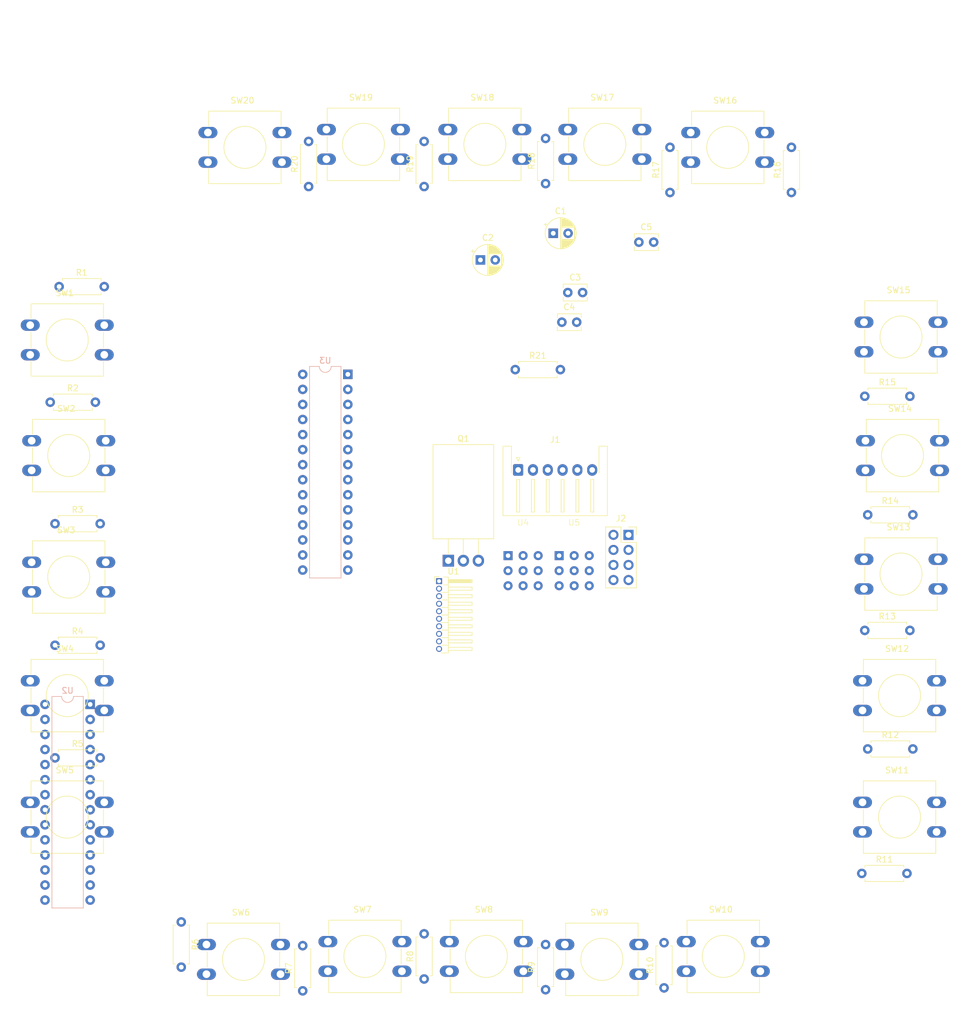
<source format=kicad_pcb>
(kicad_pcb (version 20240108) (generator "pcbnew") (generator_version "8.0")
  (layers (0 "F.Cu" signal) (31 "B.Cu" signal) (34 "B.Paste" user) (35 "F.Paste" user) (36 "B.SilkS" user "B.Silkscreen") (37 "F.SilkS" user "F.Silkscreen") (38 "B.Mask" user) (39 "F.Mask" user) (44 "Edge.Cuts" user))
  (net 0 "")
  (net 1 "DDI+3.3V")
  (net 2 "DDI-GND")
  (net 3 "+5V")
  (net 4 "/DDI-1")
  (net 5 "/DDI-2")
  (net 6 "/DDI-3")
  (net 7 "/DDI-4")
  (net 8 "/DDI-5")
  (net 9 "/DDI-6")
  (net 10 "/DDI-7")
  (net 11 "/DDI-8")
  (net 12 "/DDI-9")
  (net 13 "/DDI-10")
  (net 14 "/DDI-11")
  (net 15 "/DDI-12")
  (net 16 "/DDI-13")
  (net 17 "/DDI-14")
  (net 18 "/DDI-15")
  (net 21 "/DDI-16")
  (net 22 "/DDI-17")
  (net 23 "/DDI-18")
  (net 24 "/DDI-19")
  (net 25 "/DDI-20")
  (net 28 "Net-(U1-AIN0)")
  (net 30 "Net-(U1-AIN1)")
  (net 42 "/DDI-LED-1")
  (net 49 "Net-(J1-Pin_4)")
  (net 51 "Net-(J1-Pin_3)")
  (net 52 "Net-(J2-Pin_1)")
  (net 53 "Net-(U2-A2)")
  (net 54 "Net-(U2-A0)")
  (net 55 "Net-(U2-A1)")
  (net 56 "Net-(U3-A2)")
  (net 57 "Net-(U3-A1)")
  (net 58 "Net-(U3-A0)")
  (net 59 "Net-(Q1-D)")
  (net 60 "Net-(R21-Pad2)")
  (footprint "Resistor_THT:R_Axial_DIN0207_L6.3mm_D2.5mm_P7.62mm_Horizontal" (layer "F.Cu") (at 44.19 145)
    (property "Reference" "R5" (at 3.81 -2.37 0) (layer "F.SilkS"))
    (property "Value" "R")
    (pad "1" thru_hole circle (at 0 0) (size 1.6 1.6) (drill 0.8) (layers "*.Cu" "*.Mask") (net 8 "/DDI-5"))
    (pad "2" thru_hole oval (at 7.62 0) (size 1.6 1.6) (drill 0.8) (layers "*.Cu" "*.Mask") (net 2 "DDI-GND"))
  )
  (footprint "DCS-F18:Connector_PinSocket_2.54mmPinSocket_3x03_P2.54mm_Vertical" (layer "F.Cu") (at 131.825 105.805)
    (property "Reference" "U5" (at 0 -0.5 0) (layer "F.SilkS") (effects (font (thickness 0.1))))
    (property "Value" "~")
    (pad "1" thru_hole rect (at -2.54 5.08) (size 1.524 1.524) (drill 0.762) (layers "*.Cu" "*.Mask") (net 1 "DDI+3.3V"))
    (pad "2" thru_hole circle (at 0 5.08) (size 1.524 1.524) (drill 0.762) (layers "*.Cu" "*.Mask") (net 1 "DDI+3.3V"))
    (pad "3" thru_hole circle (at 2.54 5.08) (size 1.524 1.524) (drill 0.762) (layers "*.Cu" "*.Mask") (net 1 "DDI+3.3V"))
    (pad "4" thru_hole circle (at -2.54 7.62) (size 1.524 1.524) (drill 0.762) (layers "*.Cu" "*.Mask") (net 56 "Net-(U3-A2)"))
    (pad "5" thru_hole circle (at 0 7.62) (size 1.524 1.524) (drill 0.762) (layers "*.Cu" "*.Mask") (net 57 "Net-(U3-A1)"))
    (pad "6" thru_hole circle (at 2.54 7.62) (size 1.524 1.524) (drill 0.762) (layers "*.Cu" "*.Mask") (net 58 "Net-(U3-A0)"))
    (pad "7" thru_hole circle (at -2.54 10.16) (size 1.524 1.524) (drill 0.762) (layers "*.Cu" "*.Mask") (net 2 "DDI-GND"))
    (pad "8" thru_hole circle (at 0 10.16) (size 1.524 1.524) (drill 0.762) (layers "*.Cu" "*.Mask") (net 2 "DDI-GND"))
    (pad "9" thru_hole circle (at 2.54 10.16) (size 1.524 1.524) (drill 0.762) (layers "*.Cu" "*.Mask") (net 2 "DDI-GND"))
  )
  (footprint "Button_Switch_THT:SW_PUSH-12mm" (layer "F.Cu") (at 40.25 91.5)
    (property "Reference" "SW2" (at 5.83 -5.41 0) (layer "F.SilkS"))
    (property "Value" "SW_Push")
    (pad "1" thru_hole oval (at 0 0) (size 3.2 1.9) (drill 1.3) (layers "*.Cu" "*.Mask") (net 5 "/DDI-2"))
    (pad "1" thru_hole oval (at 12.5 0) (size 3.2 1.9) (drill 1.3) (layers "*.Cu" "*.Mask") (net 5 "/DDI-2"))
    (pad "2" thru_hole oval (at 0 5) (size 3.2 1.9) (drill 1.3) (layers "*.Cu" "*.Mask") (net 1 "DDI+3.3V"))
    (pad "2" thru_hole oval (at 12.5 5) (size 3.2 1.9) (drill 1.3) (layers "*.Cu" "*.Mask") (net 1 "DDI+3.3V"))
  )
  (footprint "Button_Switch_THT:SW_PUSH-12mm" (layer "F.Cu") (at 180.75 111.5)
    (property "Reference" "SW13" (at 5.83 -5.41 0) (layer "F.SilkS"))
    (property "Value" "SW_Push")
    (pad "1" thru_hole oval (at 0 0) (size 3.2 1.9) (drill 1.3) (layers "*.Cu" "*.Mask") (net 16 "/DDI-13"))
    (pad "1" thru_hole oval (at 12.5 0) (size 3.2 1.9) (drill 1.3) (layers "*.Cu" "*.Mask") (net 16 "/DDI-13"))
    (pad "2" thru_hole oval (at 0 5) (size 3.2 1.9) (drill 1.3) (layers "*.Cu" "*.Mask") (net 1 "DDI+3.3V"))
    (pad "2" thru_hole oval (at 12.5 5) (size 3.2 1.9) (drill 1.3) (layers "*.Cu" "*.Mask") (net 1 "DDI+3.3V"))
  )
  (footprint "Button_Switch_THT:SW_PUSH-12mm" (layer "F.Cu") (at 90 39)
    (property "Reference" "SW19" (at 5.83 -5.41 0) (layer "F.SilkS"))
    (property "Value" "SW_Push")
    (pad "1" thru_hole oval (at 0 0) (size 3.2 1.9) (drill 1.3) (layers "*.Cu" "*.Mask") (net 24 "/DDI-19"))
    (pad "1" thru_hole oval (at 12.5 0) (size 3.2 1.9) (drill 1.3) (layers "*.Cu" "*.Mask") (net 24 "/DDI-19"))
    (pad "2" thru_hole oval (at 0 5) (size 3.2 1.9) (drill 1.3) (layers "*.Cu" "*.Mask") (net 1 "DDI+3.3V"))
    (pad "2" thru_hole oval (at 12.5 5) (size 3.2 1.9) (drill 1.3) (layers "*.Cu" "*.Mask") (net 1 "DDI+3.3V"))
  )
  (footprint "Resistor_THT:R_Axial_DIN0207_L6.3mm_D2.5mm_P7.62mm_Horizontal" (layer "F.Cu") (at 180.88 84)
    (property "Reference" "R15" (at 3.81 -2.37 0) (layer "F.SilkS"))
    (property "Value" "R")
    (pad "1" thru_hole circle (at 0 0) (size 1.6 1.6) (drill 0.8) (layers "*.Cu" "*.Mask") (net 18 "/DDI-15"))
    (pad "2" thru_hole oval (at 7.62 0) (size 1.6 1.6) (drill 0.8) (layers "*.Cu" "*.Mask") (net 2 "DDI-GND"))
  )
  (footprint "Resistor_THT:R_Axial_DIN0207_L6.3mm_D2.5mm_P7.62mm_Horizontal" (layer "F.Cu") (at 181.38 104)
    (property "Reference" "R14" (at 3.81 -2.37 0) (layer "F.SilkS"))
    (property "Value" "R")
    (pad "1" thru_hole circle (at 0 0) (size 1.6 1.6) (drill 0.8) (layers "*.Cu" "*.Mask") (net 17 "/DDI-14"))
    (pad "2" thru_hole oval (at 7.62 0) (size 1.6 1.6) (drill 0.8) (layers "*.Cu" "*.Mask") (net 2 "DDI-GND"))
  )
  (footprint "Resistor_THT:R_Axial_DIN0207_L6.3mm_D2.5mm_P7.62mm_Horizontal" (layer "F.Cu") (at 44.19 126)
    (property "Reference" "R4" (at 3.81 -2.37 0) (layer "F.SilkS"))
    (property "Value" "R")
    (pad "1" thru_hole circle (at 0 0) (size 1.6 1.6) (drill 0.8) (layers "*.Cu" "*.Mask") (net 7 "/DDI-4"))
    (pad "2" thru_hole oval (at 7.62 0) (size 1.6 1.6) (drill 0.8) (layers "*.Cu" "*.Mask") (net 2 "DDI-GND"))
  )
  (footprint "Resistor_THT:R_Axial_DIN0207_L6.3mm_D2.5mm_P7.62mm_Horizontal" (layer "F.Cu") (at 43.38 85)
    (property "Reference" "R2" (at 3.81 -2.37 0) (layer "F.SilkS"))
    (property "Value" "R")
    (pad "1" thru_hole circle (at 0 0) (size 1.6 1.6) (drill 0.8) (layers "*.Cu" "*.Mask") (net 5 "/DDI-2"))
    (pad "2" thru_hole oval (at 7.62 0) (size 1.6 1.6) (drill 0.8) (layers "*.Cu" "*.Mask") (net 2 "DDI-GND"))
  )
  (footprint "Resistor_THT:R_Axial_DIN0207_L6.3mm_D2.5mm_P7.62mm_Horizontal" (layer "F.Cu") (at 87 48.62 90)
    (property "Reference" "R20" (at 3.81 -2.37 90) (layer "F.SilkS"))
    (property "Value" "R")
    (pad "1" thru_hole circle (at 0 0 90) (size 1.6 1.6) (drill 0.8) (layers "*.Cu" "*.Mask") (net 25 "/DDI-20"))
    (pad "2" thru_hole oval (at 7.62 0 90) (size 1.6 1.6) (drill 0.8) (layers "*.Cu" "*.Mask") (net 2 "DDI-GND"))
  )
  (footprint "Resistor_THT:R_Axial_DIN0207_L6.3mm_D2.5mm_P7.62mm_Horizontal" (layer "F.Cu") (at 86 184.31 90)
    (property "Reference" "R7" (at 3.81 -2.37 90) (layer "F.SilkS"))
    (property "Value" "R")
    (pad "1" thru_hole circle (at 0 0 90) (size 1.6 1.6) (drill 0.8) (layers "*.Cu" "*.Mask") (net 10 "/DDI-7"))
    (pad "2" thru_hole oval (at 7.62 0 90) (size 1.6 1.6) (drill 0.8) (layers "*.Cu" "*.Mask") (net 2 "DDI-GND"))
  )
  (footprint "Connector_JST:JST_XH_S6B-XH-A-1_1x06_P2.50mm_Horizontal" (layer "F.Cu") (at 122.37 96.43)
    (property "Reference" "J1" (at 6.25 -5.1 0) (layer "F.SilkS"))
    (property "Value" "Conn_01x06_Socket")
    (pad "1" thru_hole roundrect (at 0 0) (size 1.7 1.95) (drill 0.95) (layers "*.Cu" "*.Mask") (roundrect_rratio 0.147059) (net 1 "DDI+3.3V"))
    (pad "2" thru_hole oval (at 2.5 0) (size 1.7 1.95) (drill 0.95) (layers "*.Cu" "*.Mask") (net 3 "+5V"))
    (pad "3" thru_hole oval (at 5 0) (size 1.7 1.95) (drill 0.95) (layers "*.Cu" "*.Mask") (net 51 "Net-(J1-Pin_3)"))
    (pad "4" thru_hole oval (at 7.5 0) (size 1.7 1.95) (drill 0.95) (layers "*.Cu" "*.Mask") (net 49 "Net-(J1-Pin_4)"))
    (pad "5" thru_hole oval (at 10 0) (size 1.7 1.95) (drill 0.95) (layers "*.Cu" "*.Mask"))
    (pad "6" thru_hole oval (at 12.5 0) (size 1.7 1.95) (drill 0.95) (layers "*.Cu" "*.Mask") (net 2 "DDI-GND"))
  )
  (footprint "DCS-F18:Connector_PinSocket_2.54mmPinSocket_3x03_P2.54mm_Vertical" (layer "F.Cu") (at 123.205 105.805)
    (property "Reference" "U4" (at 0 -0.5 0) (layer "F.SilkS") (effects (font (thickness 0.1))))
    (property "Value" "~")
    (pad "1" thru_hole rect (at -2.54 5.08) (size 1.524 1.524) (drill 0.762) (layers "*.Cu" "*.Mask") (net 1 "DDI+3.3V"))
    (pad "2" thru_hole circle (at 0 5.08) (size 1.524 1.524) (drill 0.762) (layers "*.Cu" "*.Mask") (net 1 "DDI+3.3V"))
    (pad "3" thru_hole circle (at 2.54 5.08) (size 1.524 1.524) (drill 0.762) (layers "*.Cu" "*.Mask") (net 1 "DDI+3.3V"))
    (pad "4" thru_hole circle (at -2.54 7.62) (size 1.524 1.524) (drill 0.762) (layers "*.Cu" "*.Mask") (net 53 "Net-(U2-A2)"))
    (pad "5" thru_hole circle (at 0 7.62) (size 1.524 1.524) (drill 0.762) (layers "*.Cu" "*.Mask") (net 55 "Net-(U2-A1)"))
    (pad "6" thru_hole circle (at 2.54 7.62) (size 1.524 1.524) (drill 0.762) (layers "*.Cu" "*.Mask") (net 54 "Net-(U2-A0)"))
    (pad "7" thru_hole circle (at -2.54 10.16) (size 1.524 1.524) (drill 0.762) (layers "*.Cu" "*.Mask") (net 2 "DDI-GND"))
    (pad "8" thru_hole circle (at 0 10.16) (size 1.524 1.524) (drill 0.762) (layers "*.Cu" "*.Mask") (net 2 "DDI-GND"))
    (pad "9" thru_hole circle (at 2.54 10.16) (size 1.524 1.524) (drill 0.762) (layers "*.Cu" "*.Mask") (net 2 "DDI-GND"))
  )
  (footprint "Package_TO_SOT_THT:TO-220-3_Horizontal_TabDown" (layer "F.Cu") (at 110.58 111.74)
    (property "Reference" "Q1" (at 2.54 -20.58 0) (layer "F.SilkS"))
    (property "Value" "Q_NMOS_GDS")
    (pad "" np_thru_hole oval (at 2.54 -16.66) (size 3.5 3.5) (drill 3.5) (layers "*.Cu" "*.Mask"))
    (pad "1" thru_hole rect (at 0 0) (size 1.905 2) (drill 1.1) (layers "*.Cu" "*.Mask") (net 42 "/DDI-LED-1"))
    (pad "2" thru_hole oval (at 2.54 0) (size 1.905 2) (drill 1.1) (layers "*.Cu" "*.Mask") (net 59 "Net-(Q1-D)"))
    (pad "3" thru_hole oval (at 5.08 0) (size 1.905 2) (drill 1.1) (layers "*.Cu" "*.Mask") (net 2 "DDI-GND"))
  )
  (footprint "Button_Switch_THT:SW_PUSH-12mm" (layer "F.Cu") (at 40 132)
    (property "Reference" "SW4" (at 5.83 -5.41 0) (layer "F.SilkS"))
    (property "Value" "SW_Push")
    (pad "1" thru_hole oval (at 0 0) (size 3.2 1.9) (drill 1.3) (layers "*.Cu" "*.Mask") (net 7 "/DDI-4"))
    (pad "1" thru_hole oval (at 12.5 0) (size 3.2 1.9) (drill 1.3) (layers "*.Cu" "*.Mask") (net 7 "/DDI-4"))
    (pad "2" thru_hole oval (at 0 5) (size 3.2 1.9) (drill 1.3) (layers "*.Cu" "*.Mask") (net 1 "DDI+3.3V"))
    (pad "2" thru_hole oval (at 12.5 5) (size 3.2 1.9) (drill 1.3) (layers "*.Cu" "*.Mask") (net 1 "DDI+3.3V"))
  )
  (footprint "Button_Switch_THT:SW_PUSH-12mm" (layer "F.Cu") (at 180.75 71.5)
    (property "Reference" "SW15" (at 5.83 -5.41 0) (layer "F.SilkS"))
    (property "Value" "SW_Push")
    (pad "1" thru_hole oval (at 0 0) (size 3.2 1.9) (drill 1.3) (layers "*.Cu" "*.Mask") (net 18 "/DDI-15"))
    (pad "1" thru_hole oval (at 12.5 0) (size 3.2 1.9) (drill 1.3) (layers "*.Cu" "*.Mask") (net 18 "/DDI-15"))
    (pad "2" thru_hole oval (at 0 5) (size 3.2 1.9) (drill 1.3) (layers "*.Cu" "*.Mask") (net 1 "DDI+3.3V"))
    (pad "2" thru_hole oval (at 12.5 5) (size 3.2 1.9) (drill 1.3) (layers "*.Cu" "*.Mask") (net 1 "DDI+3.3V"))
  )
  (footprint "Connector_PinHeader_1.27mm:PinHeader_1x10_P1.27mm_Horizontal" (layer "F.Cu") (at 109.02 115.19)
    (property "Reference" "U1" (at 2.4325 -1.635 0) (layer "F.SilkS"))
    (property "Value" "ADS1015IDGS")
    (pad "1" thru_hole rect (at 0 0) (size 1 1) (drill 0.65) (layers "*.Cu" "*.Mask") (net 52 "Net-(J2-Pin_1)"))
    (pad "2" thru_hole oval (at 0 1.27) (size 1 1) (drill 0.65) (layers "*.Cu" "*.Mask"))
    (pad "3" thru_hole oval (at 0 2.54) (size 1 1) (drill 0.65) (layers "*.Cu" "*.Mask") (net 2 "DDI-GND"))
    (pad "4" thru_hole oval (at 0 3.81) (size 1 1) (drill 0.65) (layers "*.Cu" "*.Mask") (net 28 "Net-(U1-AIN0)"))
    (pad "5" thru_hole oval (at 0 5.08) (size 1 1) (drill 0.65) (layers "*.Cu" "*.Mask") (net 30 "Net-(U1-AIN1)"))
    (pad "6" thru_hole oval (at 0 6.35) (size 1 1) (drill 0.65) (layers "*.Cu" "*.Mask"))
    (pad "7" thru_hole oval (at 0 7.62) (size 1 1) (drill 0.65) (layers "*.Cu" "*.Mask"))
    (pad "8" thru_hole oval (at 0 8.89) (size 1 1) (drill 0.65) (layers "*.Cu" "*.Mask") (net 1 "DDI+3.3V"))
    (pad "9" thru_hole oval (at 0 10.16) (size 1 1) (drill 0.65) (layers "*.Cu" "*.Mask") (net 51 "Net-(J1-Pin_3)"))
    (pad "10" thru_hole oval (at 0 11.43) (size 1 1) (drill 0.65) (layers "*.Cu" "*.Mask") (net 49 "Net-(J1-Pin_4)"))
  )
  (footprint "Button_Switch_THT:SW_PUSH-12mm" (layer "F.Cu") (at 130.25 176.5)
    (property "Reference" "SW9" (at 5.83 -5.41 0) (layer "F.SilkS"))
    (property "Value" "SW_Push")
    (pad "1" thru_hole oval (at 0 0) (size 3.2 1.9) (drill 1.3) (layers "*.Cu" "*.Mask") (net 12 "/DDI-9"))
    (pad "1" thru_hole oval (at 12.5 0) (size 3.2 1.9) (drill 1.3) (layers "*.Cu" "*.Mask") (net 12 "/DDI-9"))
    (pad "2" thru_hole oval (at 0 5) (size 3.2 1.9) (drill 1.3) (layers "*.Cu" "*.Mask") (net 1 "DDI+3.3V"))
    (pad "2" thru_hole oval (at 12.5 5) (size 3.2 1.9) (drill 1.3) (layers "*.Cu" "*.Mask") (net 1 "DDI+3.3V"))
  )
  (footprint "Button_Switch_THT:SW_PUSH-12mm" (layer "F.Cu") (at 180.5 132)
    (property "Reference" "SW12" (at 5.83 -5.41 0) (layer "F.SilkS"))
    (property "Value" "SW_Push")
    (pad "1" thru_hole oval (at 0 0) (size 3.2 1.9) (drill 1.3) (layers "*.Cu" "*.Mask") (net 15 "/DDI-12"))
    (pad "1" thru_hole oval (at 12.5 0) (size 3.2 1.9) (drill 1.3) (layers "*.Cu" "*.Mask") (net 15 "/DDI-12"))
    (pad "2" thru_hole oval (at 0 5) (size 3.2 1.9) (drill 1.3) (layers "*.Cu" "*.Mask") (net 1 "DDI+3.3V"))
    (pad "2" thru_hole oval (at 12.5 5) (size 3.2 1.9) (drill 1.3) (layers "*.Cu" "*.Mask") (net 1 "DDI+3.3V"))
  )
  (footprint "Button_Switch_THT:SW_PUSH-12mm" (layer "F.Cu") (at 110.75 176)
    (property "Reference" "SW8" (at 5.83 -5.41 0) (layer "F.SilkS"))
    (property "Value" "SW_Push")
    (pad "1" thru_hole oval (at 0 0) (size 3.2 1.9) (drill 1.3) (layers "*.Cu" "*.Mask") (net 11 "/DDI-8"))
    (pad "1" thru_hole oval (at 12.5 0) (size 3.2 1.9) (drill 1.3) (layers "*.Cu" "*.Mask") (net 11 "/DDI-8"))
    (pad "2" thru_hole oval (at 0 5) (size 3.2 1.9) (drill 1.3) (layers "*.Cu" "*.Mask") (net 1 "DDI+3.3V"))
    (pad "2" thru_hole oval (at 12.5 5) (size 3.2 1.9) (drill 1.3) (layers "*.Cu" "*.Mask") (net 1 "DDI+3.3V"))
  )
  (footprint "Capacitor_THT:C_Disc_D3.8mm_W2.6mm_P2.50mm" (layer "F.Cu") (at 129.75 71.5)
    (property "Reference" "C4" (at 1.25 -2.55 0) (layer "F.SilkS"))
    (property "Value" "0.1uF")
    (pad "1" thru_hole circle (at 0 0) (size 1.6 1.6) (drill 0.8) (layers "*.Cu" "*.Mask") (net 1 "DDI+3.3V"))
    (pad "2" thru_hole circle (at 2.5 0) (size 1.6 1.6) (drill 0.8) (layers "*.Cu" "*.Mask") (net 2 "DDI-GND"))
  )
  (footprint "Button_Switch_THT:SW_PUSH-12mm" (layer "F.Cu") (at 110.5 39)
    (property "Reference" "SW18" (at 5.83 -5.41 0) (layer "F.SilkS"))
    (property "Value" "SW_Push")
    (pad "1" thru_hole oval (at 0 0) (size 3.2 1.9) (drill 1.3) (layers "*.Cu" "*.Mask") (net 23 "/DDI-18"))
    (pad "1" thru_hole oval (at 12.5 0) (size 3.2 1.9) (drill 1.3) (layers "*.Cu" "*.Mask") (net 23 "/DDI-18"))
    (pad "2" thru_hole oval (at 0 5) (size 3.2 1.9) (drill 1.3) (layers "*.Cu" "*.Mask") (net 1 "DDI+3.3V"))
    (pad "2" thru_hole oval (at 12.5 5) (size 3.2 1.9) (drill 1.3) (layers "*.Cu" "*.Mask") (net 1 "DDI+3.3V"))
  )
  (footprint "Button_Switch_THT:SW_PUSH-12mm" (layer "F.Cu") (at 90.25 176)
    (property "Reference" "SW7" (at 5.83 -5.41 0) (layer "F.SilkS"))
    (property "Value" "SW_Push")
    (pad "1" thru_hole oval (at 0 0) (size 3.2 1.9) (drill 1.3) (layers "*.Cu" "*.Mask") (net 10 "/DDI-7"))
    (pad "1" thru_hole oval (at 12.5 0) (size 3.2 1.9) (drill 1.3) (layers "*.Cu" "*.Mask") (net 10 "/DDI-7"))
    (pad "2" thru_hole oval (at 0 5) (size 3.2 1.9) (drill 1.3) (layers "*.Cu" "*.Mask") (net 1 "DDI+3.3V"))
    (pad "2" thru_hole oval (at 12.5 5) (size 3.2 1.9) (drill 1.3) (layers "*.Cu" "*.Mask") (net 1 "DDI+3.3V"))
  )
  (footprint "Resistor_THT:R_Axial_DIN0207_L6.3mm_D2.5mm_P7.62mm_Horizontal" (layer "F.Cu") (at 180.38 164.5)
    (property "Reference" "R11" (at 3.81 -2.37 0) (layer "F.SilkS"))
    (property "Value" "R")
    (pad "1" thru_hole circle (at 0 0) (size 1.6 1.6) (drill 0.8) (layers "*.Cu" "*.Mask") (net 14 "/DDI-11"))
    (pad "2" thru_hole oval (at 7.62 0) (size 1.6 1.6) (drill 0.8) (layers "*.Cu" "*.Mask") (net 2 "DDI-GND"))
  )
  (footprint "Resistor_THT:R_Axial_DIN0207_L6.3mm_D2.5mm_P7.62mm_Horizontal" (layer "F.Cu") (at 106.5 48.62 90)
    (property "Reference" "R19" (at 3.81 -2.37 90) (layer "F.SilkS"))
    (property "Value" "R")
    (pad "1" thru_hole circle (at 0 0 90) (size 1.6 1.6) (drill 0.8) (layers "*.Cu" "*.Mask") (net 24 "/DDI-19"))
    (pad "2" thru_hole oval (at 7.62 0 90) (size 1.6 1.6) (drill 0.8) (layers "*.Cu" "*.Mask") (net 2 "DDI-GND"))
  )
  (footprint "Capacitor_THT:CP_Radial_D5.0mm_P2.50mm" (layer "F.Cu") (at 116 61)
    (property "Reference" "C2" (at 1.25 -3.75 0) (layer "F.SilkS"))
    (property "Value" "C_Polarized")
    (pad "1" thru_hole rect (at 0 0) (size 1.6 1.6) (drill 0.8) (layers "*.Cu" "*.Mask") (net 3 "+5V"))
    (pad "2" thru_hole circle (at 2.5 0) (size 1.6 1.6) (drill 0.8) (layers "*.Cu" "*.Mask") (net 2 "DDI-GND"))
  )
  (footprint "Resistor_THT:R_Axial_DIN0207_L6.3mm_D2.5mm_P7.62mm_Horizontal" (layer "F.Cu") (at 44.19 105.5)
    (property "Reference" "R3" (at 3.81 -2.37 0) (layer "F.SilkS"))
    (property "Value" "R")
    (pad "1" thru_hole circle (at 0 0) (size 1.6 1.6) (drill 0.8) (layers "*.Cu" "*.Mask") (net 6 "/DDI-3"))
    (pad "2" thru_hole oval (at 7.62 0) (size 1.6 1.6) (drill 0.8) (layers "*.Cu" "*.Mask") (net 2 "DDI-GND"))
  )
  (footprint "Connector_PinSocket_2.54mm:PinSocket_2x04_P2.54mm_Vertical" (layer "F.Cu") (at 141 107.38)
    (property "Reference" "J2" (at -1.27 -2.77 0) (layer "F.SilkS"))
    (property "Value" "Conn_02x04_Top_Bottom")
    (pad "1" thru_hole rect (at 0 0) (size 1.7 1.7) (drill 1) (layers "*.Cu" "*.Mask") (net 52 "Net-(J2-Pin_1)"))
    (pad "2" thru_hole oval (at -2.54 0) (size 1.7 1.7) (drill 1) (layers "*.Cu" "*.Mask") (net 52 "Net-(J2-Pin_1)"))
    (pad "3" thru_hole oval (at 0 2.54) (size 1.7 1.7) (drill 1) (layers "*.Cu" "*.Mask") (net 52 "Net-(J2-Pin_1)"))
    (pad "4" thru_hole oval (at -2.54 2.54) (size 1.7 1.7) (drill 1) (layers "*.Cu" "*.Mask") (net 52 "Net-(J2-Pin_1)"))
    (pad "5" thru_hole oval (at 0 5.08) (size 1.7 1.7) (drill 1) (layers "*.Cu" "*.Mask") (net 49 "Net-(J1-Pin_4)"))
    (pad "6" thru_hole oval (at -2.54 5.08) (size 1.7 1.7) (drill 1) (layers "*.Cu" "*.Mask") (net 51 "Net-(J1-Pin_3)"))
    (pad "7" thru_hole oval (at 0 7.62) (size 1.7 1.7) (drill 1) (layers "*.Cu" "*.Mask") (net 1 "DDI+3.3V"))
    (pad "8" thru_hole oval (at -2.54 7.62) (size 1.7 1.7) (drill 1) (layers "*.Cu" "*.Mask") (net 2 "DDI-GND"))
  )
  (footprint "Capacitor_THT:C_Disc_D3.8mm_W2.6mm_P2.50mm" (layer "F.Cu") (at 130.75 66.5)
    (property "Reference" "C3" (at 1.25 -2.55 0) (layer "F.SilkS"))
    (property "Value" "0.1uF")
    (pad "1" thru_hole circle (at 0 0) (size 1.6 1.6) (drill 0.8) (layers "*.Cu" "*.Mask") (net 1 "DDI+3.3V"))
    (pad "2" thru_hole circle (at 2.5 0) (size 1.6 1.6) (drill 0.8) (layers "*.Cu" "*.Mask") (net 2 "DDI-GND"))
  )
  (footprint "Button_Switch_THT:SW_PUSH-12mm" (layer "F.Cu") (at 40 72)
    (property "Reference" "SW1" (at 5.83 -5.41 0) (layer "F.SilkS"))
    (property "Value" "SW_Push")
    (pad "1" thru_hole oval (at 0 0) (size 3.2 1.9) (drill 1.3) (layers "*.Cu" "*.Mask") (net 4 "/DDI-1"))
    (pad "1" thru_hole oval (at 12.5 0) (size 3.2 1.9) (drill 1.3) (layers "*.Cu" "*.Mask") (net 4 "/DDI-1"))
    (pad "2" thru_hole oval (at 0 5) (size 3.2 1.9) (drill 1.3) (layers "*.Cu" "*.Mask") (net 1 "DDI+3.3V"))
    (pad "2" thru_hole oval (at 12.5 5) (size 3.2 1.9) (drill 1.3) (layers "*.Cu" "*.Mask") (net 1 "DDI+3.3V"))
  )
  (footprint "Resistor_THT:R_Axial_DIN0207_L6.3mm_D2.5mm_P7.62mm_Horizontal" (layer "F.Cu") (at 44.88 65.5)
    (property "Reference" "R1" (at 3.81 -2.37 0) (layer "F.SilkS"))
    (property "Value" "R")
    (pad "1" thru_hole circle (at 0 0) (size 1.6 1.6) (drill 0.8) (layers "*.Cu" "*.Mask") (net 4 "/DDI-1"))
    (pad "2" thru_hole oval (at 7.62 0) (size 1.6 1.6) (drill 0.8) (layers "*.Cu" "*.Mask") (net 2 "DDI-GND"))
  )
  (footprint "Button_Switch_THT:SW_PUSH-12mm" (layer "F.Cu") (at 150.75 176)
    (property "Reference" "SW10" (at 5.83 -5.41 0) (layer "F.SilkS"))
    (property "Value" "SW_Push")
    (pad "1" thru_hole oval (at 0 0) (size 3.2 1.9) (drill 1.3) (layers "*.Cu" "*.Mask") (net 13 "/DDI-10"))
    (pad "1" thru_hole oval (at 12.5 0) (size 3.2 1.9) (drill 1.3) (layers "*.Cu" "*.Mask") (net 13 "/DDI-10"))
    (pad "2" thru_hole oval (at 0 5) (size 3.2 1.9) (drill 1.3) (layers "*.Cu" "*.Mask") (net 1 "DDI+3.3V"))
    (pad "2" thru_hole oval (at 12.5 5) (size 3.2 1.9) (drill 1.3) (layers "*.Cu" "*.Mask") (net 1 "DDI+3.3V"))
  )
  (footprint "Button_Switch_THT:SW_PUSH-12mm" (layer "F.Cu") (at 181 91.5)
    (property "Reference" "SW14" (at 5.83 -5.41 0) (layer "F.SilkS"))
    (property "Value" "SW_Push")
    (pad "1" thru_hole oval (at 0 0) (size 3.2 1.9) (drill 1.3) (layers "*.Cu" "*.Mask") (net 17 "/DDI-14"))
    (pad "1" thru_hole oval (at 12.5 0) (size 3.2 1.9) (drill 1.3) (layers "*.Cu" "*.Mask") (net 17 "/DDI-14"))
    (pad "2" thru_hole oval (at 0 5) (size 3.2 1.9) (drill 1.3) (layers "*.Cu" "*.Mask") (net 1 "DDI+3.3V"))
    (pad "2" thru_hole oval (at 12.5 5) (size 3.2 1.9) (drill 1.3) (layers "*.Cu" "*.Mask") (net 1 "DDI+3.3V"))
  )
  (footprint "Resistor_THT:R_Axial_DIN0207_L6.3mm_D2.5mm_P7.62mm_Horizontal" (layer "F.Cu") (at 65.5 172.69 -90)
    (property "Reference" "R6" (at 3.81 -2.37 90) (layer "F.SilkS"))
    (property "Value" "R")
    (pad "1" thru_hole circle (at 0 0 270) (size 1.6 1.6) (drill 0.8) (layers "*.Cu" "*.Mask") (net 9 "/DDI-6"))
    (pad "2" thru_hole oval (at 7.62 0 270) (size 1.6 1.6) (drill 0.8) (layers "*.Cu" "*.Mask") (net 2 "DDI-GND"))
  )
  (footprint "Resistor_THT:R_Axial_DIN0207_L6.3mm_D2.5mm_P7.62mm_Horizontal" (layer "F.Cu") (at 181.38 143.5)
    (property "Reference" "R12" (at 3.81 -2.37 0) (layer "F.SilkS"))
    (property "Value" "R")
    (pad "1" thru_hole circle (at 0 0) (size 1.6 1.6) (drill 0.8) (layers "*.Cu" "*.Mask") (net 15 "/DDI-12"))
    (pad "2" thru_hole oval (at 7.62 0) (size 1.6 1.6) (drill 0.8) (layers "*.Cu" "*.Mask") (net 2 "DDI-GND"))
  )
  (footprint "Button_Switch_THT:SW_PUSH-12mm" (layer "F.Cu") (at 130.75 39)
    (property "Reference" "SW17" (at 5.83 -5.41 0) (layer "F.SilkS"))
    (property "Value" "SW_Push")
    (pad "1" thru_hole oval (at 0 0) (size 3.2 1.9) (drill 1.3) (layers "*.Cu" "*.Mask") (net 22 "/DDI-17"))
    (pad "1" thru_hole oval (at 12.5 0) (size 3.2 1.9) (drill 1.3) (layers "*.Cu" "*.Mask") (net 22 "/DDI-17"))
    (pad "2" thru_hole oval (at 0 5) (size 3.2 1.9) (drill 1.3) (layers "*.Cu" "*.Mask") (net 1 "DDI+3.3V"))
    (pad "2" thru_hole oval (at 12.5 5) (size 3.2 1.9) (drill 1.3) (layers "*.Cu" "*.Mask") (net 1 "DDI+3.3V"))
  )
  (footprint "Resistor_THT:R_Axial_DIN0207_L6.3mm_D2.5mm_P7.62mm_Horizontal" (layer "F.Cu") (at 148 49.62 90)
    (property "Reference" "R17" (at 3.81 -2.37 90) (layer "F.SilkS"))
    (property "Value" "R")
    (pad "1" thru_hole circle (at 0 0 90) (size 1.6 1.6) (drill 0.8) (layers "*.Cu" "*.Mask") (net 22 "/DDI-17"))
    (pad "2" thru_hole oval (at 7.62 0 90) (size 1.6 1.6) (drill 0.8) (layers "*.Cu" "*.Mask") (net 2 "DDI-GND"))
  )
  (footprint "Resistor_THT:R_Axial_DIN0207_L6.3mm_D2.5mm_P7.62mm_Horizontal" (layer "F.Cu") (at 121.88 79.5)
    (property "Reference" "R21" (at 3.81 -2.37 0) (layer "F.SilkS"))
    (property "Value" "R")
    (pad "1" thru_hole circle (at 0 0) (size 1.6 1.6) (drill 0.8) (layers "*.Cu" "*.Mask") (net 3 "+5V"))
    (pad "2" thru_hole oval (at 7.62 0) (size 1.6 1.6) (drill 0.8) (layers "*.Cu" "*.Mask") (net 60 "Net-(R21-Pad2)"))
  )
  (footprint "Button_Switch_THT:SW_PUSH-12mm" (layer "F.Cu") (at 69.75 176.5)
    (property "Reference" "SW6" (at 5.83 -5.41 0) (layer "F.SilkS"))
    (property "Value" "SW_Push")
    (pad "1" thru_hole oval (at 0 0) (size 3.2 1.9) (drill 1.3) (layers "*.Cu" "*.Mask") (net 9 "/DDI-6"))
    (pad "1" thru_hole oval (at 12.5 0) (size 3.2 1.9) (drill 1.3) (layers "*.Cu" "*.Mask") (net 9 "/DDI-6"))
    (pad "2" thru_hole oval (at 0 5) (size 3.2 1.9) (drill 1.3) (layers "*.Cu" "*.Mask") (net 1 "DDI+3.3V"))
    (pad "2" thru_hole oval (at 12.5 5) (size 3.2 1.9) (drill 1.3) (layers "*.Cu" "*.Mask") (net 1 "DDI+3.3V"))
  )
  (footprint "Resistor_THT:R_Axial_DIN0207_L6.3mm_D2.5mm_P7.62mm_Horizontal" (layer "F.Cu") (at 147 183.81 90)
    (property "Reference" "R10" (at 3.81 -2.37 90) (layer "F.SilkS"))
    (property "Value" "R")
    (pad "1" thru_hole circle (at 0 0 90) (size 1.6 1.6) (drill 0.8) (layers "*.Cu" "*.Mask") (net 13 "/DDI-10"))
    (pad "2" thru_hole oval (at 7.62 0 90) (size 1.6 1.6) (drill 0.8) (layers "*.Cu" "*.Mask") (net 2 "DDI-GND"))
  )
  (footprint "Button_Switch_THT:SW_PUSH-12mm" (layer "F.Cu") (at 70 39.5)
    (property "Reference" "SW20" (at 5.83 -5.41 0) (layer "F.SilkS"))
    (property "Value" "SW_Push")
    (pad "1" thru_hole oval (at 0 0) (size 3.2 1.9) (drill 1.3) (layers "*.Cu" "*.Mask") (net 25 "/DDI-20"))
    (pad "1" thru_hole oval (at 12.5 0) (size 3.2 1.9) (drill 1.3) (layers "*.Cu" "*.Mask") (net 25 "/DDI-20"))
    (pad "2" thru_hole oval (at 0 5) (size 3.2 1.9) (drill 1.3) (layers "*.Cu" "*.Mask") (net 1 "DDI+3.3V"))
    (pad "2" thru_hole oval (at 12.5 5) (size 3.2 1.9) (drill 1.3) (layers "*.Cu" "*.Mask") (net 1 "DDI+3.3V"))
  )
  (footprint "Resistor_THT:R_Axial_DIN0207_L6.3mm_D2.5mm_P7.62mm_Horizontal" (layer "F.Cu") (at 106.5 182.31 90)
    (property "Reference" "R8" (at 3.81 -2.37 90) (layer "F.SilkS"))
    (property "Value" "R")
    (pad "1" thru_hole circle (at 0 0 90) (size 1.6 1.6) (drill 0.8) (layers "*.Cu" "*.Mask") (net 11 "/DDI-8"))
    (pad "2" thru_hole oval (at 7.62 0 90) (size 1.6 1.6) (drill 0.8) (layers "*.Cu" "*.Mask") (net 2 "DDI-GND"))
  )
  (footprint "Button_Switch_THT:SW_PUSH-12mm" (layer "F.Cu") (at 40.25 112)
    (property "Reference" "SW3" (at 5.83 -5.41 0) (layer "F.SilkS"))
    (property "Value" "SW_Push")
    (pad "1" thru_hole oval (at 0 0) (size 3.2 1.9) (drill 1.3) (layers "*.Cu" "*.Mask") (net 6 "/DDI-3"))
    (pad "1" thru_hole oval (at 12.5 0) (size 3.2 1.9) (drill 1.3) (layers "*.Cu" "*.Mask") (net 6 "/DDI-3"))
    (pad "2" thru_hole oval (at 0 5) (size 3.2 1.9) (drill 1.3) (layers "*.Cu" "*.Mask") (net 1 "DDI+3.3V"))
    (pad "2" thru_hole oval (at 12.5 5) (size 3.2 1.9) (drill 1.3) (layers "*.Cu" "*.Mask") (net 1 "DDI+3.3V"))
  )
  (footprint "Button_Switch_THT:SW_PUSH-12mm" (layer "F.Cu") (at 40 152.5)
    (property "Reference" "SW5" (at 5.83 -5.41 0) (layer "F.SilkS"))
    (property "Value" "SW_Push")
    (pad "1" thru_hole oval (at 0 0) (size 3.2 1.9) (drill 1.3) (layers "*.Cu" "*.Mask") (net 8 "/DDI-5"))
    (pad "1" thru_hole oval (at 12.5 0) (size 3.2 1.9) (drill 1.3) (layers "*.Cu" "*.Mask") (net 8 "/DDI-5"))
    (pad "2" thru_hole oval (at 0 5) (size 3.2 1.9) (drill 1.3) (layers "*.Cu" "*.Mask") (net 1 "DDI+3.3V"))
    (pad "2" thru_hole oval (at 12.5 5) (size 3.2 1.9) (drill 1.3) (layers "*.Cu" "*.Mask") (net 1 "DDI+3.3V"))
  )
  (footprint "Resistor_THT:R_Axial_DIN0207_L6.3mm_D2.5mm_P7.62mm_Horizontal" (layer "F.Cu") (at 127 48.12 90)
    (property "Reference" "R18" (at 3.81 -2.37 90) (layer "F.SilkS"))
    (property "Value" "R")
    (pad "1" thru_hole circle (at 0 0 90) (size 1.6 1.6) (drill 0.8) (layers "*.Cu" "*.Mask") (net 23 "/DDI-18"))
    (pad "2" thru_hole oval (at 7.62 0 90) (size 1.6 1.6) (drill 0.8) (layers "*.Cu" "*.Mask") (net 2 "DDI-GND"))
  )
  (footprint "Button_Switch_THT:SW_PUSH-12mm" (layer "F.Cu") (at 151.5 39.5)
    (property "Reference" "SW16" (at 5.83 -5.41 0) (layer "F.SilkS"))
    (property "Value" "SW_Push")
    (pad "1" thru_hole oval (at 0 0) (size 3.2 1.9) (drill 1.3) (layers "*.Cu" "*.Mask") (net 21 "/DDI-16"))
    (pad "1" thru_hole oval (at 12.5 0) (size 3.2 1.9) (drill 1.3) (layers "*.Cu" "*.Mask") (net 21 "/DDI-16"))
    (pad "2" thru_hole oval (at 0 5) (size 3.2 1.9) (drill 1.3) (layers "*.Cu" "*.Mask") (net 1 "DDI+3.3V"))
    (pad "2" thru_hole oval (at 12.5 5) (size 3.2 1.9) (drill 1.3) (layers "*.Cu" "*.Mask") (net 1 "DDI+3.3V"))
  )
  (footprint "Resistor_THT:R_Axial_DIN0207_L6.3mm_D2.5mm_P7.62mm_Horizontal" (layer "F.Cu") (at 180.88 123.5)
    (property "Reference" "R13" (at 3.81 -2.37 0) (layer "F.SilkS"))
    (property "Value" "R")
    (pad "1" thru_hole circle (at 0 0) (size 1.6 1.6) (drill 0.8) (layers "*.Cu" "*.Mask") (net 16 "/DDI-13"))
    (pad "2" thru_hole oval (at 7.62 0) (size 1.6 1.6) (drill 0.8) (layers "*.Cu" "*.Mask") (net 2 "DDI-GND"))
  )
  (footprint "Resistor_THT:R_Axial_DIN0207_L6.3mm_D2.5mm_P7.62mm_Horizontal" (layer "F.Cu") (at 168.5 49.62 90)
    (property "Reference" "R16" (at 3.81 -2.37 90) (layer "F.SilkS"))
    (property "Value" "R")
    (pad "1" thru_hole circle (at 0 0 90) (size 1.6 1.6) (drill 0.8) (layers "*.Cu" "*.Mask") (net 21 "/DDI-16"))
    (pad "2" thru_hole oval (at 7.62 0 90) (size 1.6 1.6) (drill 0.8) (layers "*.Cu" "*.Mask") (net 2 "DDI-GND"))
  )
  (footprint "Capacitor_THT:C_Disc_D3.8mm_W2.6mm_P2.50mm" (layer "F.Cu") (at 142.75 58)
    (property "Reference" "C5" (at 1.25 -2.55 0) (layer "F.SilkS"))
    (property "Value" "0.1uF")
    (pad "1" thru_hole circle (at 0 0) (size 1.6 1.6) (drill 0.8) (layers "*.Cu" "*.Mask") (net 1 "DDI+3.3V"))
    (pad "2" thru_hole circle (at 2.5 0) (size 1.6 1.6) (drill 0.8) (layers "*.Cu" "*.Mask") (net 2 "DDI-GND"))
  )
  (footprint "Button_Switch_THT:SW_PUSH-12mm" (layer "F.Cu") (at 180.5 152.5)
    (property "Reference" "SW11" (at 5.83 -5.41 0) (layer "F.SilkS"))
    (property "Value" "SW_Push")
    (pad "1" thru_hole oval (at 0 0) (size 3.2 1.9) (drill 1.3) (layers "*.Cu" "*.Mask") (net 14 "/DDI-11"))
    (pad "1" thru_hole oval (at 12.5 0) (size 3.2 1.9) (drill 1.3) (layers "*.Cu" "*.Mask") (net 14 "/DDI-11"))
    (pad "2" thru_hole oval (at 0 5) (size 3.2 1.9) (drill 1.3) (layers "*.Cu" "*.Mask") (net 1 "DDI+3.3V"))
    (pad "2" thru_hole oval (at 12.5 5) (size 3.2 1.9) (drill 1.3) (layers "*.Cu" "*.Mask") (net 1 "DDI+3.3V"))
  )
  (footprint "Capacitor_THT:CP_Radial_D5.0mm_P2.50mm" (layer "F.Cu") (at 128.294888 56.5)
    (property "Reference" "C1" (at 1.25 -3.75 0) (layer "F.SilkS"))
    (property "Value" "C_Polarized")
    (pad "1" thru_hole rect (at 0 0) (size 1.6 1.6) (drill 0.8) (layers "*.Cu" "*.Mask") (net 1 "DDI+3.3V"))
    (pad "2" thru_hole circle (at 2.5 0) (size 1.6 1.6) (drill 0.8) (layers "*.Cu" "*.Mask") (net 2 "DDI-GND"))
  )
  (footprint "Resistor_THT:R_Axial_DIN0207_L6.3mm_D2.5mm_P7.62mm_Horizontal" (layer "F.Cu") (at 127 184.12 90)
    (property "Reference" "R9" (at 3.81 -2.37 90) (layer "F.SilkS"))
    (property "Value" "R")
    (pad "1" thru_hole circle (at 0 0 90) (size 1.6 1.6) (drill 0.8) (layers "*.Cu" "*.Mask") (net 12 "/DDI-9"))
    (pad "2" thru_hole oval (at 7.62 0 90) (size 1.6 1.6) (drill 0.8) (layers "*.Cu" "*.Mask") (net 2 "DDI-GND"))
  )
  (footprint "Package_DIP:DIP-28_W7.62mm" (layer "B.Cu") (at 50.12 135.98 180)
    (property "Reference" "U2" (at 3.81 2.33 0) (layer "B.SilkS") (effects (justify mirror)))
    (property "Value" "MCP23017_SP")
    (pad "1" thru_hole rect (at 0 0 180) (size 1.6 1.6) (drill 0.8) (layers "*.Cu" "*.Mask") (net 4 "/DDI-1"))
    (pad "2" thru_hole oval (at 0 -2.54 180) (size 1.6 1.6) (drill 0.8) (layers "*.Cu" "*.Mask") (net 5 "/DDI-2"))
    (pad "3" thru_hole oval (at 0 -5.08 180) (size 1.6 1.6) (drill 0.8) (layers "*.Cu" "*.Mask") (net 6 "/DDI-3"))
    (pad "4" thru_hole oval (at 0 -7.62 180) (size 1.6 1.6) (drill 0.8) (layers "*.Cu" "*.Mask") (net 7 "/DDI-4"))
    (pad "5" thru_hole oval (at 0 -10.16 180) (size 1.6 1.6) (drill 0.8) (layers "*.Cu" "*.Mask") (net 8 "/DDI-5"))
    (pad "6" thru_hole oval (at 0 -12.7 180) (size 1.6 1.6) (drill 0.8) (layers "*.Cu" "*.Mask") (net 9 "/DDI-6"))
    (pad "7" thru_hole oval (at 0 -15.24 180) (size 1.6 1.6) (drill 0.8) (layers "*.Cu" "*.Mask") (net 10 "/DDI-7"))
    (pad "8" thru_hole oval (at 0 -17.78 180) (size 1.6 1.6) (drill 0.8) (layers "*.Cu" "*.Mask") (net 11 "/DDI-8"))
    (pad "9" thru_hole oval (at 0 -20.32 180) (size 1.6 1.6) (drill 0.8) (layers "*.Cu" "*.Mask") (net 1 "DDI+3.3V"))
    (pad "10" thru_hole oval (at 0 -22.86 180) (size 1.6 1.6) (drill 0.8) (layers "*.Cu" "*.Mask") (net 2 "DDI-GND"))
    (pad "11" thru_hole oval (at 0 -25.4 180) (size 1.6 1.6) (drill 0.8) (layers "*.Cu" "*.Mask"))
    (pad "12" thru_hole oval (at 0 -27.94 180) (size 1.6 1.6) (drill 0.8) (layers "*.Cu" "*.Mask") (net 49 "Net-(J1-Pin_4)"))
    (pad "13" thru_hole oval (at 0 -30.48 180) (size 1.6 1.6) (drill 0.8) (layers "*.Cu" "*.Mask") (net 51 "Net-(J1-Pin_3)"))
    (pad "14" thru_hole oval (at 0 -33.02 180) (size 1.6 1.6) (drill 0.8) (layers "*.Cu" "*.Mask"))
    (pad "15" thru_hole oval (at 7.62 -33.02 180) (size 1.6 1.6) (drill 0.8) (layers "*.Cu" "*.Mask") (net 54 "Net-(U2-A0)"))
    (pad "16" thru_hole oval (at 7.62 -30.48 180) (size 1.6 1.6) (drill 0.8) (layers "*.Cu" "*.Mask") (net 55 "Net-(U2-A1)"))
    (pad "17" thru_hole oval (at 7.62 -27.94 180) (size 1.6 1.6) (drill 0.8) (layers "*.Cu" "*.Mask") (net 53 "Net-(U2-A2)"))
    (pad "18" thru_hole oval (at 7.62 -25.4 180) (size 1.6 1.6) (drill 0.8) (layers "*.Cu" "*.Mask") (net 1 "DDI+3.3V"))
    (pad "19" thru_hole oval (at 7.62 -22.86 180) (size 1.6 1.6) (drill 0.8) (layers "*.Cu" "*.Mask"))
    (pad "20" thru_hole oval (at 7.62 -20.32 180) (size 1.6 1.6) (drill 0.8) (layers "*.Cu" "*.Mask"))
    (pad "21" thru_hole oval (at 7.62 -17.78 180) (size 1.6 1.6) (drill 0.8) (layers "*.Cu" "*.Mask") (net 12 "/DDI-9"))
    (pad "22" thru_hole oval (at 7.62 -15.24 180) (size 1.6 1.6) (drill 0.8) (layers "*.Cu" "*.Mask") (net 13 "/DDI-10"))
    (pad "23" thru_hole oval (at 7.62 -12.7 180) (size 1.6 1.6) (drill 0.8) (layers "*.Cu" "*.Mask") (net 14 "/DDI-11"))
    (pad "24" thru_hole oval (at 7.62 -10.16 180) (size 1.6 1.6) (drill 0.8) (layers "*.Cu" "*.Mask") (net 15 "/DDI-12"))
    (pad "25" thru_hole oval (at 7.62 -7.62 180) (size 1.6 1.6) (drill 0.8) (layers "*.Cu" "*.Mask") (net 16 "/DDI-13"))
    (pad "26" thru_hole oval (at 7.62 -5.08 180) (size 1.6 1.6) (drill 0.8) (layers "*.Cu" "*.Mask") (net 17 "/DDI-14"))
    (pad "27" thru_hole oval (at 7.62 -2.54 180) (size 1.6 1.6) (drill 0.8) (layers "*.Cu" "*.Mask") (net 18 "/DDI-15"))
    (pad "28" thru_hole oval (at 7.62 0 180) (size 1.6 1.6) (drill 0.8) (layers "*.Cu" "*.Mask") (net 21 "/DDI-16"))
  )
  (footprint "Package_DIP:DIP-28_W7.62mm" (layer "B.Cu") (at 93.62 80.3 180)
    (property "Reference" "U3" (at 3.81 2.33 0) (layer "B.SilkS") (effects (justify mirror)))
    (property "Value" "MCP23017_SP")
    (pad "1" thru_hole rect (at 0 0 180) (size 1.6 1.6) (drill 0.8) (layers "*.Cu" "*.Mask") (net 22 "/DDI-17"))
    (pad "2" thru_hole oval (at 0 -2.54 180) (size 1.6 1.6) (drill 0.8) (layers "*.Cu" "*.Mask") (net 23 "/DDI-18"))
    (pad "3" thru_hole oval (at 0 -5.08 180) (size 1.6 1.6) (drill 0.8) (layers "*.Cu" "*.Mask") (net 24 "/DDI-19"))
    (pad "4" thru_hole oval (at 0 -7.62 180) (size 1.6 1.6) (drill 0.8) (layers "*.Cu" "*.Mask") (net 25 "/DDI-20"))
    (pad "5" thru_hole oval (at 0 -10.16 180) (size 1.6 1.6) (drill 0.8) (layers "*.Cu" "*.Mask"))
    (pad "6" thru_hole oval (at 0 -12.7 180) (size 1.6 1.6) (drill 0.8) (layers "*.Cu" "*.Mask"))
    (pad "7" thru_hole oval (at 0 -15.24 180) (size 1.6 1.6) (drill 0.8) (layers "*.Cu" "*.Mask"))
    (pad "8" thru_hole oval (at 0 -17.78 180) (size 1.6 1.6) (drill 0.8) (layers "*.Cu" "*.Mask"))
    (pad "9" thru_hole oval (at 0 -20.32 180) (size 1.6 1.6) (drill 0.8) (layers "*.Cu" "*.Mask") (net 1 "DDI+3.3V"))
    (pad "10" thru_hole oval (at 0 -22.86 180) (size 1.6 1.6) (drill 0.8) (layers "*.Cu" "*.Mask") (net 2 "DDI-GND"))
    (pad "11" thru_hole oval (at 0 -25.4 180) (size 1.6 1.6) (drill 0.8) (layers "*.Cu" "*.Mask"))
    (pad "12" thru_hole oval (at 0 -27.94 180) (size 1.6 1.6) (drill 0.8) (layers "*.Cu" "*.Mask") (net 49 "Net-(J1-Pin_4)"))
    (pad "13" thru_hole oval (at 0 -30.48 180) (size 1.6 1.6) (drill 0.8) (layers "*.Cu" "*.Mask") (net 51 "Net-(J1-Pin_3)"))
    (pad "14" thru_hole oval (at 0 -33.02 180) (size 1.6 1.6) (drill 0.8) (layers "*.Cu" "*.Mask"))
    (pad "15" thru_hole oval (at 7.62 -33.02 180) (size 1.6 1.6) (drill 0.8) (layers "*.Cu" "*.Mask") (net 58 "Net-(U3-A0)"))
    (pad "16" thru_hole oval (at 7.62 -30.48 180) (size 1.6 1.6) (drill 0.8) (layers "*.Cu" "*.Mask") (net 57 "Net-(U3-A1)"))
    (pad "17" thru_hole oval (at 7.62 -27.94 180) (size 1.6 1.6) (drill 0.8) (layers "*.Cu" "*.Mask") (net 56 "Net-(U3-A2)"))
    (pad "18" thru_hole oval (at 7.62 -25.4 180) (size 1.6 1.6) (drill 0.8) (layers "*.Cu" "*.Mask") (net 1 "DDI+3.3V"))
    (pad "19" thru_hole oval (at 7.62 -22.86 180) (size 1.6 1.6) (drill 0.8) (layers "*.Cu" "*.Mask"))
    (pad "20" thru_hole oval (at 7.62 -20.32 180) (size 1.6 1.6) (drill 0.8) (layers "*.Cu" "*.Mask"))
    (pad "21" thru_hole oval (at 7.62 -17.78 180) (size 1.6 1.6) (drill 0.8) (layers "*.Cu" "*.Mask") (net 42 "/DDI-LED-1"))
    (pad "22" thru_hole oval (at 7.62 -15.24 180) (size 1.6 1.6) (drill 0.8) (layers "*.Cu" "*.Mask"))
    (pad "23" thru_hole oval (at 7.62 -12.7 180) (size 1.6 1.6) (drill 0.8) (layers "*.Cu" "*.Mask"))
    (pad "24" thru_hole oval (at 7.62 -10.16 180) (size 1.6 1.6) (drill 0.8) (layers "*.Cu" "*.Mask"))
    (pad "25" thru_hole oval (at 7.62 -7.62 180) (size 1.6 1.6) (drill 0.8) (layers "*.Cu" "*.Mask"))
    (pad "26" thru_hole oval (at 7.62 -5.08 180) (size 1.6 1.6) (drill 0.8) (layers "*.Cu" "*.Mask"))
    (pad "27" thru_hole oval (at 7.62 -2.54 180) (size 1.6 1.6) (drill 0.8) (layers "*.Cu" "*.Mask"))
    (pad "28" thru_hole oval (at 7.62 0 180) (size 1.6 1.6) (drill 0.8) (layers "*.Cu" "*.Mask"))
  )
)
</source>
